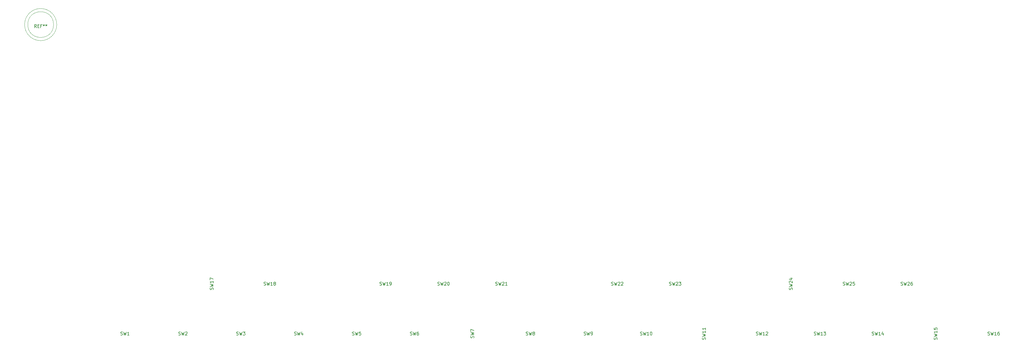
<source format=gbr>
%TF.GenerationSoftware,KiCad,Pcbnew,5.1.6*%
%TF.CreationDate,2020-11-05T19:36:39+01:00*%
%TF.ProjectId,OTTO_FrontPanel_SMD,4f54544f-5f46-4726-9f6e-7450616e656c,rev?*%
%TF.SameCoordinates,Original*%
%TF.FileFunction,Legend,Top*%
%TF.FilePolarity,Positive*%
%FSLAX46Y46*%
G04 Gerber Fmt 4.6, Leading zero omitted, Abs format (unit mm)*
G04 Created by KiCad (PCBNEW 5.1.6) date 2020-11-05 19:36:39*
%MOMM*%
%LPD*%
G01*
G04 APERTURE LIST*
%ADD10C,0.120000*%
%ADD11C,0.150000*%
G04 APERTURE END LIST*
D10*
X4000000Y0D02*
G75*
G03*
X4000000Y0I-4000000J0D01*
G01*
X5000000Y0D02*
G75*
G03*
X5000000Y0I-5000000J0D01*
G01*
D11*
X-1333333Y-952380D02*
X-1666666Y-476190D01*
X-1904761Y-952380D02*
X-1904761Y47619D01*
X-1523809Y47619D01*
X-1428571Y0D01*
X-1380952Y-47619D01*
X-1333333Y-142857D01*
X-1333333Y-285714D01*
X-1380952Y-380952D01*
X-1428571Y-428571D01*
X-1523809Y-476190D01*
X-1904761Y-476190D01*
X-904761Y-428571D02*
X-571428Y-428571D01*
X-428571Y-952380D02*
X-904761Y-952380D01*
X-904761Y47619D01*
X-428571Y47619D01*
X333333Y-428571D02*
X0Y-428571D01*
X0Y-952380D02*
X0Y47619D01*
X476190Y47619D01*
X999999Y47619D02*
X999999Y-190476D01*
X761904Y-95238D02*
X999999Y-190476D01*
X1238095Y-95238D01*
X857142Y-380952D02*
X999999Y-190476D01*
X1142857Y-380952D01*
X1761904Y47619D02*
X1761904Y-190476D01*
X1523809Y-95238D02*
X1761904Y-190476D01*
X1999999Y-95238D01*
X1619047Y-380952D02*
X1761904Y-190476D01*
X1904761Y-380952D01*
X-1333333Y-952380D02*
X-1666666Y-476190D01*
X-1904761Y-952380D02*
X-1904761Y47619D01*
X-1523809Y47619D01*
X-1428571Y0D01*
X-1380952Y-47619D01*
X-1333333Y-142857D01*
X-1333333Y-285714D01*
X-1380952Y-380952D01*
X-1428571Y-428571D01*
X-1523809Y-476190D01*
X-1904761Y-476190D01*
X-904761Y-428571D02*
X-571428Y-428571D01*
X-428571Y-952380D02*
X-904761Y-952380D01*
X-904761Y47619D01*
X-428571Y47619D01*
X333333Y-428571D02*
X0Y-428571D01*
X0Y-952380D02*
X0Y47619D01*
X476190Y47619D01*
X999999Y47619D02*
X999999Y-190476D01*
X761904Y-95238D02*
X999999Y-190476D01*
X1238095Y-95238D01*
X857142Y-380952D02*
X999999Y-190476D01*
X1142857Y-380952D01*
X1761904Y47619D02*
X1761904Y-190476D01*
X1523809Y-95238D02*
X1761904Y-190476D01*
X1999999Y-95238D01*
X1619047Y-380952D02*
X1761904Y-190476D01*
X1904761Y-380952D01*
X42866666Y-96504761D02*
X43009523Y-96552380D01*
X43247619Y-96552380D01*
X43342857Y-96504761D01*
X43390476Y-96457142D01*
X43438095Y-96361904D01*
X43438095Y-96266666D01*
X43390476Y-96171428D01*
X43342857Y-96123809D01*
X43247619Y-96076190D01*
X43057142Y-96028571D01*
X42961904Y-95980952D01*
X42914285Y-95933333D01*
X42866666Y-95838095D01*
X42866666Y-95742857D01*
X42914285Y-95647619D01*
X42961904Y-95600000D01*
X43057142Y-95552380D01*
X43295238Y-95552380D01*
X43438095Y-95600000D01*
X43771428Y-95552380D02*
X44009523Y-96552380D01*
X44200000Y-95838095D01*
X44390476Y-96552380D01*
X44628571Y-95552380D01*
X44961904Y-95647619D02*
X45009523Y-95600000D01*
X45104761Y-95552380D01*
X45342857Y-95552380D01*
X45438095Y-95600000D01*
X45485714Y-95647619D01*
X45533333Y-95742857D01*
X45533333Y-95838095D01*
X45485714Y-95980952D01*
X44914285Y-96552380D01*
X45533333Y-96552380D01*
X24866666Y-96504761D02*
X25009523Y-96552380D01*
X25247619Y-96552380D01*
X25342857Y-96504761D01*
X25390476Y-96457142D01*
X25438095Y-96361904D01*
X25438095Y-96266666D01*
X25390476Y-96171428D01*
X25342857Y-96123809D01*
X25247619Y-96076190D01*
X25057142Y-96028571D01*
X24961904Y-95980952D01*
X24914285Y-95933333D01*
X24866666Y-95838095D01*
X24866666Y-95742857D01*
X24914285Y-95647619D01*
X24961904Y-95600000D01*
X25057142Y-95552380D01*
X25295238Y-95552380D01*
X25438095Y-95600000D01*
X25771428Y-95552380D02*
X26009523Y-96552380D01*
X26200000Y-95838095D01*
X26390476Y-96552380D01*
X26628571Y-95552380D01*
X27533333Y-96552380D02*
X26961904Y-96552380D01*
X27247619Y-96552380D02*
X27247619Y-95552380D01*
X27152380Y-95695238D01*
X27057142Y-95790476D01*
X26961904Y-95838095D01*
X267390476Y-81004761D02*
X267533333Y-81052380D01*
X267771428Y-81052380D01*
X267866666Y-81004761D01*
X267914285Y-80957142D01*
X267961904Y-80861904D01*
X267961904Y-80766666D01*
X267914285Y-80671428D01*
X267866666Y-80623809D01*
X267771428Y-80576190D01*
X267580952Y-80528571D01*
X267485714Y-80480952D01*
X267438095Y-80433333D01*
X267390476Y-80338095D01*
X267390476Y-80242857D01*
X267438095Y-80147619D01*
X267485714Y-80100000D01*
X267580952Y-80052380D01*
X267819047Y-80052380D01*
X267961904Y-80100000D01*
X268295238Y-80052380D02*
X268533333Y-81052380D01*
X268723809Y-80338095D01*
X268914285Y-81052380D01*
X269152380Y-80052380D01*
X269485714Y-80147619D02*
X269533333Y-80100000D01*
X269628571Y-80052380D01*
X269866666Y-80052380D01*
X269961904Y-80100000D01*
X270009523Y-80147619D01*
X270057142Y-80242857D01*
X270057142Y-80338095D01*
X270009523Y-80480952D01*
X269438095Y-81052380D01*
X270057142Y-81052380D01*
X270914285Y-80052380D02*
X270723809Y-80052380D01*
X270628571Y-80100000D01*
X270580952Y-80147619D01*
X270485714Y-80290476D01*
X270438095Y-80480952D01*
X270438095Y-80861904D01*
X270485714Y-80957142D01*
X270533333Y-81004761D01*
X270628571Y-81052380D01*
X270819047Y-81052380D01*
X270914285Y-81004761D01*
X270961904Y-80957142D01*
X271009523Y-80861904D01*
X271009523Y-80623809D01*
X270961904Y-80528571D01*
X270914285Y-80480952D01*
X270819047Y-80433333D01*
X270628571Y-80433333D01*
X270533333Y-80480952D01*
X270485714Y-80528571D01*
X270438095Y-80623809D01*
X249390476Y-81004761D02*
X249533333Y-81052380D01*
X249771428Y-81052380D01*
X249866666Y-81004761D01*
X249914285Y-80957142D01*
X249961904Y-80861904D01*
X249961904Y-80766666D01*
X249914285Y-80671428D01*
X249866666Y-80623809D01*
X249771428Y-80576190D01*
X249580952Y-80528571D01*
X249485714Y-80480952D01*
X249438095Y-80433333D01*
X249390476Y-80338095D01*
X249390476Y-80242857D01*
X249438095Y-80147619D01*
X249485714Y-80100000D01*
X249580952Y-80052380D01*
X249819047Y-80052380D01*
X249961904Y-80100000D01*
X250295238Y-80052380D02*
X250533333Y-81052380D01*
X250723809Y-80338095D01*
X250914285Y-81052380D01*
X251152380Y-80052380D01*
X251485714Y-80147619D02*
X251533333Y-80100000D01*
X251628571Y-80052380D01*
X251866666Y-80052380D01*
X251961904Y-80100000D01*
X252009523Y-80147619D01*
X252057142Y-80242857D01*
X252057142Y-80338095D01*
X252009523Y-80480952D01*
X251438095Y-81052380D01*
X252057142Y-81052380D01*
X252961904Y-80052380D02*
X252485714Y-80052380D01*
X252438095Y-80528571D01*
X252485714Y-80480952D01*
X252580952Y-80433333D01*
X252819047Y-80433333D01*
X252914285Y-80480952D01*
X252961904Y-80528571D01*
X253009523Y-80623809D01*
X253009523Y-80861904D01*
X252961904Y-80957142D01*
X252914285Y-81004761D01*
X252819047Y-81052380D01*
X252580952Y-81052380D01*
X252485714Y-81004761D01*
X252438095Y-80957142D01*
X123390476Y-81004761D02*
X123533333Y-81052380D01*
X123771428Y-81052380D01*
X123866666Y-81004761D01*
X123914285Y-80957142D01*
X123961904Y-80861904D01*
X123961904Y-80766666D01*
X123914285Y-80671428D01*
X123866666Y-80623809D01*
X123771428Y-80576190D01*
X123580952Y-80528571D01*
X123485714Y-80480952D01*
X123438095Y-80433333D01*
X123390476Y-80338095D01*
X123390476Y-80242857D01*
X123438095Y-80147619D01*
X123485714Y-80100000D01*
X123580952Y-80052380D01*
X123819047Y-80052380D01*
X123961904Y-80100000D01*
X124295238Y-80052380D02*
X124533333Y-81052380D01*
X124723809Y-80338095D01*
X124914285Y-81052380D01*
X125152380Y-80052380D01*
X125485714Y-80147619D02*
X125533333Y-80100000D01*
X125628571Y-80052380D01*
X125866666Y-80052380D01*
X125961904Y-80100000D01*
X126009523Y-80147619D01*
X126057142Y-80242857D01*
X126057142Y-80338095D01*
X126009523Y-80480952D01*
X125438095Y-81052380D01*
X126057142Y-81052380D01*
X126676190Y-80052380D02*
X126771428Y-80052380D01*
X126866666Y-80100000D01*
X126914285Y-80147619D01*
X126961904Y-80242857D01*
X127009523Y-80433333D01*
X127009523Y-80671428D01*
X126961904Y-80861904D01*
X126914285Y-80957142D01*
X126866666Y-81004761D01*
X126771428Y-81052380D01*
X126676190Y-81052380D01*
X126580952Y-81004761D01*
X126533333Y-80957142D01*
X126485714Y-80861904D01*
X126438095Y-80671428D01*
X126438095Y-80433333D01*
X126485714Y-80242857D01*
X126533333Y-80147619D01*
X126580952Y-80100000D01*
X126676190Y-80052380D01*
X105390476Y-81004761D02*
X105533333Y-81052380D01*
X105771428Y-81052380D01*
X105866666Y-81004761D01*
X105914285Y-80957142D01*
X105961904Y-80861904D01*
X105961904Y-80766666D01*
X105914285Y-80671428D01*
X105866666Y-80623809D01*
X105771428Y-80576190D01*
X105580952Y-80528571D01*
X105485714Y-80480952D01*
X105438095Y-80433333D01*
X105390476Y-80338095D01*
X105390476Y-80242857D01*
X105438095Y-80147619D01*
X105485714Y-80100000D01*
X105580952Y-80052380D01*
X105819047Y-80052380D01*
X105961904Y-80100000D01*
X106295238Y-80052380D02*
X106533333Y-81052380D01*
X106723809Y-80338095D01*
X106914285Y-81052380D01*
X107152380Y-80052380D01*
X108057142Y-81052380D02*
X107485714Y-81052380D01*
X107771428Y-81052380D02*
X107771428Y-80052380D01*
X107676190Y-80195238D01*
X107580952Y-80290476D01*
X107485714Y-80338095D01*
X108533333Y-81052380D02*
X108723809Y-81052380D01*
X108819047Y-81004761D01*
X108866666Y-80957142D01*
X108961904Y-80814285D01*
X109009523Y-80623809D01*
X109009523Y-80242857D01*
X108961904Y-80147619D01*
X108914285Y-80100000D01*
X108819047Y-80052380D01*
X108628571Y-80052380D01*
X108533333Y-80100000D01*
X108485714Y-80147619D01*
X108438095Y-80242857D01*
X108438095Y-80480952D01*
X108485714Y-80576190D01*
X108533333Y-80623809D01*
X108628571Y-80671428D01*
X108819047Y-80671428D01*
X108914285Y-80623809D01*
X108961904Y-80576190D01*
X109009523Y-80480952D01*
X258390476Y-96504761D02*
X258533333Y-96552380D01*
X258771428Y-96552380D01*
X258866666Y-96504761D01*
X258914285Y-96457142D01*
X258961904Y-96361904D01*
X258961904Y-96266666D01*
X258914285Y-96171428D01*
X258866666Y-96123809D01*
X258771428Y-96076190D01*
X258580952Y-96028571D01*
X258485714Y-95980952D01*
X258438095Y-95933333D01*
X258390476Y-95838095D01*
X258390476Y-95742857D01*
X258438095Y-95647619D01*
X258485714Y-95600000D01*
X258580952Y-95552380D01*
X258819047Y-95552380D01*
X258961904Y-95600000D01*
X259295238Y-95552380D02*
X259533333Y-96552380D01*
X259723809Y-95838095D01*
X259914285Y-96552380D01*
X260152380Y-95552380D01*
X261057142Y-96552380D02*
X260485714Y-96552380D01*
X260771428Y-96552380D02*
X260771428Y-95552380D01*
X260676190Y-95695238D01*
X260580952Y-95790476D01*
X260485714Y-95838095D01*
X261914285Y-95885714D02*
X261914285Y-96552380D01*
X261676190Y-95504761D02*
X261438095Y-96219047D01*
X262057142Y-96219047D01*
X240390476Y-96504761D02*
X240533333Y-96552380D01*
X240771428Y-96552380D01*
X240866666Y-96504761D01*
X240914285Y-96457142D01*
X240961904Y-96361904D01*
X240961904Y-96266666D01*
X240914285Y-96171428D01*
X240866666Y-96123809D01*
X240771428Y-96076190D01*
X240580952Y-96028571D01*
X240485714Y-95980952D01*
X240438095Y-95933333D01*
X240390476Y-95838095D01*
X240390476Y-95742857D01*
X240438095Y-95647619D01*
X240485714Y-95600000D01*
X240580952Y-95552380D01*
X240819047Y-95552380D01*
X240961904Y-95600000D01*
X241295238Y-95552380D02*
X241533333Y-96552380D01*
X241723809Y-95838095D01*
X241914285Y-96552380D01*
X242152380Y-95552380D01*
X243057142Y-96552380D02*
X242485714Y-96552380D01*
X242771428Y-96552380D02*
X242771428Y-95552380D01*
X242676190Y-95695238D01*
X242580952Y-95790476D01*
X242485714Y-95838095D01*
X243390476Y-95552380D02*
X244009523Y-95552380D01*
X243676190Y-95933333D01*
X243819047Y-95933333D01*
X243914285Y-95980952D01*
X243961904Y-96028571D01*
X244009523Y-96123809D01*
X244009523Y-96361904D01*
X243961904Y-96457142D01*
X243914285Y-96504761D01*
X243819047Y-96552380D01*
X243533333Y-96552380D01*
X243438095Y-96504761D01*
X243390476Y-96457142D01*
X222390476Y-96504761D02*
X222533333Y-96552380D01*
X222771428Y-96552380D01*
X222866666Y-96504761D01*
X222914285Y-96457142D01*
X222961904Y-96361904D01*
X222961904Y-96266666D01*
X222914285Y-96171428D01*
X222866666Y-96123809D01*
X222771428Y-96076190D01*
X222580952Y-96028571D01*
X222485714Y-95980952D01*
X222438095Y-95933333D01*
X222390476Y-95838095D01*
X222390476Y-95742857D01*
X222438095Y-95647619D01*
X222485714Y-95600000D01*
X222580952Y-95552380D01*
X222819047Y-95552380D01*
X222961904Y-95600000D01*
X223295238Y-95552380D02*
X223533333Y-96552380D01*
X223723809Y-95838095D01*
X223914285Y-96552380D01*
X224152380Y-95552380D01*
X225057142Y-96552380D02*
X224485714Y-96552380D01*
X224771428Y-96552380D02*
X224771428Y-95552380D01*
X224676190Y-95695238D01*
X224580952Y-95790476D01*
X224485714Y-95838095D01*
X225438095Y-95647619D02*
X225485714Y-95600000D01*
X225580952Y-95552380D01*
X225819047Y-95552380D01*
X225914285Y-95600000D01*
X225961904Y-95647619D01*
X226009523Y-95742857D01*
X226009523Y-95838095D01*
X225961904Y-95980952D01*
X225390476Y-96552380D01*
X226009523Y-96552380D01*
X206604761Y-97909523D02*
X206652380Y-97766666D01*
X206652380Y-97528571D01*
X206604761Y-97433333D01*
X206557142Y-97385714D01*
X206461904Y-97338095D01*
X206366666Y-97338095D01*
X206271428Y-97385714D01*
X206223809Y-97433333D01*
X206176190Y-97528571D01*
X206128571Y-97719047D01*
X206080952Y-97814285D01*
X206033333Y-97861904D01*
X205938095Y-97909523D01*
X205842857Y-97909523D01*
X205747619Y-97861904D01*
X205700000Y-97814285D01*
X205652380Y-97719047D01*
X205652380Y-97480952D01*
X205700000Y-97338095D01*
X205652380Y-97004761D02*
X206652380Y-96766666D01*
X205938095Y-96576190D01*
X206652380Y-96385714D01*
X205652380Y-96147619D01*
X206652380Y-95242857D02*
X206652380Y-95814285D01*
X206652380Y-95528571D02*
X205652380Y-95528571D01*
X205795238Y-95623809D01*
X205890476Y-95719047D01*
X205938095Y-95814285D01*
X206652380Y-94290476D02*
X206652380Y-94861904D01*
X206652380Y-94576190D02*
X205652380Y-94576190D01*
X205795238Y-94671428D01*
X205890476Y-94766666D01*
X205938095Y-94861904D01*
X186390476Y-96504761D02*
X186533333Y-96552380D01*
X186771428Y-96552380D01*
X186866666Y-96504761D01*
X186914285Y-96457142D01*
X186961904Y-96361904D01*
X186961904Y-96266666D01*
X186914285Y-96171428D01*
X186866666Y-96123809D01*
X186771428Y-96076190D01*
X186580952Y-96028571D01*
X186485714Y-95980952D01*
X186438095Y-95933333D01*
X186390476Y-95838095D01*
X186390476Y-95742857D01*
X186438095Y-95647619D01*
X186485714Y-95600000D01*
X186580952Y-95552380D01*
X186819047Y-95552380D01*
X186961904Y-95600000D01*
X187295238Y-95552380D02*
X187533333Y-96552380D01*
X187723809Y-95838095D01*
X187914285Y-96552380D01*
X188152380Y-95552380D01*
X189057142Y-96552380D02*
X188485714Y-96552380D01*
X188771428Y-96552380D02*
X188771428Y-95552380D01*
X188676190Y-95695238D01*
X188580952Y-95790476D01*
X188485714Y-95838095D01*
X189676190Y-95552380D02*
X189771428Y-95552380D01*
X189866666Y-95600000D01*
X189914285Y-95647619D01*
X189961904Y-95742857D01*
X190009523Y-95933333D01*
X190009523Y-96171428D01*
X189961904Y-96361904D01*
X189914285Y-96457142D01*
X189866666Y-96504761D01*
X189771428Y-96552380D01*
X189676190Y-96552380D01*
X189580952Y-96504761D01*
X189533333Y-96457142D01*
X189485714Y-96361904D01*
X189438095Y-96171428D01*
X189438095Y-95933333D01*
X189485714Y-95742857D01*
X189533333Y-95647619D01*
X189580952Y-95600000D01*
X189676190Y-95552380D01*
X168866666Y-96504761D02*
X169009523Y-96552380D01*
X169247619Y-96552380D01*
X169342857Y-96504761D01*
X169390476Y-96457142D01*
X169438095Y-96361904D01*
X169438095Y-96266666D01*
X169390476Y-96171428D01*
X169342857Y-96123809D01*
X169247619Y-96076190D01*
X169057142Y-96028571D01*
X168961904Y-95980952D01*
X168914285Y-95933333D01*
X168866666Y-95838095D01*
X168866666Y-95742857D01*
X168914285Y-95647619D01*
X168961904Y-95600000D01*
X169057142Y-95552380D01*
X169295238Y-95552380D01*
X169438095Y-95600000D01*
X169771428Y-95552380D02*
X170009523Y-96552380D01*
X170200000Y-95838095D01*
X170390476Y-96552380D01*
X170628571Y-95552380D01*
X171057142Y-96552380D02*
X171247619Y-96552380D01*
X171342857Y-96504761D01*
X171390476Y-96457142D01*
X171485714Y-96314285D01*
X171533333Y-96123809D01*
X171533333Y-95742857D01*
X171485714Y-95647619D01*
X171438095Y-95600000D01*
X171342857Y-95552380D01*
X171152380Y-95552380D01*
X171057142Y-95600000D01*
X171009523Y-95647619D01*
X170961904Y-95742857D01*
X170961904Y-95980952D01*
X171009523Y-96076190D01*
X171057142Y-96123809D01*
X171152380Y-96171428D01*
X171342857Y-96171428D01*
X171438095Y-96123809D01*
X171485714Y-96076190D01*
X171533333Y-95980952D01*
X150866666Y-96504761D02*
X151009523Y-96552380D01*
X151247619Y-96552380D01*
X151342857Y-96504761D01*
X151390476Y-96457142D01*
X151438095Y-96361904D01*
X151438095Y-96266666D01*
X151390476Y-96171428D01*
X151342857Y-96123809D01*
X151247619Y-96076190D01*
X151057142Y-96028571D01*
X150961904Y-95980952D01*
X150914285Y-95933333D01*
X150866666Y-95838095D01*
X150866666Y-95742857D01*
X150914285Y-95647619D01*
X150961904Y-95600000D01*
X151057142Y-95552380D01*
X151295238Y-95552380D01*
X151438095Y-95600000D01*
X151771428Y-95552380D02*
X152009523Y-96552380D01*
X152200000Y-95838095D01*
X152390476Y-96552380D01*
X152628571Y-95552380D01*
X153152380Y-95980952D02*
X153057142Y-95933333D01*
X153009523Y-95885714D01*
X152961904Y-95790476D01*
X152961904Y-95742857D01*
X153009523Y-95647619D01*
X153057142Y-95600000D01*
X153152380Y-95552380D01*
X153342857Y-95552380D01*
X153438095Y-95600000D01*
X153485714Y-95647619D01*
X153533333Y-95742857D01*
X153533333Y-95790476D01*
X153485714Y-95885714D01*
X153438095Y-95933333D01*
X153342857Y-95980952D01*
X153152380Y-95980952D01*
X153057142Y-96028571D01*
X153009523Y-96076190D01*
X152961904Y-96171428D01*
X152961904Y-96361904D01*
X153009523Y-96457142D01*
X153057142Y-96504761D01*
X153152380Y-96552380D01*
X153342857Y-96552380D01*
X153438095Y-96504761D01*
X153485714Y-96457142D01*
X153533333Y-96361904D01*
X153533333Y-96171428D01*
X153485714Y-96076190D01*
X153438095Y-96028571D01*
X153342857Y-95980952D01*
X134604761Y-97433333D02*
X134652380Y-97290476D01*
X134652380Y-97052380D01*
X134604761Y-96957142D01*
X134557142Y-96909523D01*
X134461904Y-96861904D01*
X134366666Y-96861904D01*
X134271428Y-96909523D01*
X134223809Y-96957142D01*
X134176190Y-97052380D01*
X134128571Y-97242857D01*
X134080952Y-97338095D01*
X134033333Y-97385714D01*
X133938095Y-97433333D01*
X133842857Y-97433333D01*
X133747619Y-97385714D01*
X133700000Y-97338095D01*
X133652380Y-97242857D01*
X133652380Y-97004761D01*
X133700000Y-96861904D01*
X133652380Y-96528571D02*
X134652380Y-96290476D01*
X133938095Y-96100000D01*
X134652380Y-95909523D01*
X133652380Y-95671428D01*
X133652380Y-95385714D02*
X133652380Y-94719047D01*
X134652380Y-95147619D01*
X114866666Y-96504761D02*
X115009523Y-96552380D01*
X115247619Y-96552380D01*
X115342857Y-96504761D01*
X115390476Y-96457142D01*
X115438095Y-96361904D01*
X115438095Y-96266666D01*
X115390476Y-96171428D01*
X115342857Y-96123809D01*
X115247619Y-96076190D01*
X115057142Y-96028571D01*
X114961904Y-95980952D01*
X114914285Y-95933333D01*
X114866666Y-95838095D01*
X114866666Y-95742857D01*
X114914285Y-95647619D01*
X114961904Y-95600000D01*
X115057142Y-95552380D01*
X115295238Y-95552380D01*
X115438095Y-95600000D01*
X115771428Y-95552380D02*
X116009523Y-96552380D01*
X116200000Y-95838095D01*
X116390476Y-96552380D01*
X116628571Y-95552380D01*
X117438095Y-95552380D02*
X117247619Y-95552380D01*
X117152380Y-95600000D01*
X117104761Y-95647619D01*
X117009523Y-95790476D01*
X116961904Y-95980952D01*
X116961904Y-96361904D01*
X117009523Y-96457142D01*
X117057142Y-96504761D01*
X117152380Y-96552380D01*
X117342857Y-96552380D01*
X117438095Y-96504761D01*
X117485714Y-96457142D01*
X117533333Y-96361904D01*
X117533333Y-96123809D01*
X117485714Y-96028571D01*
X117438095Y-95980952D01*
X117342857Y-95933333D01*
X117152380Y-95933333D01*
X117057142Y-95980952D01*
X117009523Y-96028571D01*
X116961904Y-96123809D01*
X96866666Y-96504761D02*
X97009523Y-96552380D01*
X97247619Y-96552380D01*
X97342857Y-96504761D01*
X97390476Y-96457142D01*
X97438095Y-96361904D01*
X97438095Y-96266666D01*
X97390476Y-96171428D01*
X97342857Y-96123809D01*
X97247619Y-96076190D01*
X97057142Y-96028571D01*
X96961904Y-95980952D01*
X96914285Y-95933333D01*
X96866666Y-95838095D01*
X96866666Y-95742857D01*
X96914285Y-95647619D01*
X96961904Y-95600000D01*
X97057142Y-95552380D01*
X97295238Y-95552380D01*
X97438095Y-95600000D01*
X97771428Y-95552380D02*
X98009523Y-96552380D01*
X98200000Y-95838095D01*
X98390476Y-96552380D01*
X98628571Y-95552380D01*
X99485714Y-95552380D02*
X99009523Y-95552380D01*
X98961904Y-96028571D01*
X99009523Y-95980952D01*
X99104761Y-95933333D01*
X99342857Y-95933333D01*
X99438095Y-95980952D01*
X99485714Y-96028571D01*
X99533333Y-96123809D01*
X99533333Y-96361904D01*
X99485714Y-96457142D01*
X99438095Y-96504761D01*
X99342857Y-96552380D01*
X99104761Y-96552380D01*
X99009523Y-96504761D01*
X98961904Y-96457142D01*
X78866666Y-96504761D02*
X79009523Y-96552380D01*
X79247619Y-96552380D01*
X79342857Y-96504761D01*
X79390476Y-96457142D01*
X79438095Y-96361904D01*
X79438095Y-96266666D01*
X79390476Y-96171428D01*
X79342857Y-96123809D01*
X79247619Y-96076190D01*
X79057142Y-96028571D01*
X78961904Y-95980952D01*
X78914285Y-95933333D01*
X78866666Y-95838095D01*
X78866666Y-95742857D01*
X78914285Y-95647619D01*
X78961904Y-95600000D01*
X79057142Y-95552380D01*
X79295238Y-95552380D01*
X79438095Y-95600000D01*
X79771428Y-95552380D02*
X80009523Y-96552380D01*
X80200000Y-95838095D01*
X80390476Y-96552380D01*
X80628571Y-95552380D01*
X81438095Y-95885714D02*
X81438095Y-96552380D01*
X81200000Y-95504761D02*
X80961904Y-96219047D01*
X81580952Y-96219047D01*
X60866666Y-96504761D02*
X61009523Y-96552380D01*
X61247619Y-96552380D01*
X61342857Y-96504761D01*
X61390476Y-96457142D01*
X61438095Y-96361904D01*
X61438095Y-96266666D01*
X61390476Y-96171428D01*
X61342857Y-96123809D01*
X61247619Y-96076190D01*
X61057142Y-96028571D01*
X60961904Y-95980952D01*
X60914285Y-95933333D01*
X60866666Y-95838095D01*
X60866666Y-95742857D01*
X60914285Y-95647619D01*
X60961904Y-95600000D01*
X61057142Y-95552380D01*
X61295238Y-95552380D01*
X61438095Y-95600000D01*
X61771428Y-95552380D02*
X62009523Y-96552380D01*
X62200000Y-95838095D01*
X62390476Y-96552380D01*
X62628571Y-95552380D01*
X62914285Y-95552380D02*
X63533333Y-95552380D01*
X63200000Y-95933333D01*
X63342857Y-95933333D01*
X63438095Y-95980952D01*
X63485714Y-96028571D01*
X63533333Y-96123809D01*
X63533333Y-96361904D01*
X63485714Y-96457142D01*
X63438095Y-96504761D01*
X63342857Y-96552380D01*
X63057142Y-96552380D01*
X62961904Y-96504761D01*
X62914285Y-96457142D01*
X233604761Y-82409523D02*
X233652380Y-82266666D01*
X233652380Y-82028571D01*
X233604761Y-81933333D01*
X233557142Y-81885714D01*
X233461904Y-81838095D01*
X233366666Y-81838095D01*
X233271428Y-81885714D01*
X233223809Y-81933333D01*
X233176190Y-82028571D01*
X233128571Y-82219047D01*
X233080952Y-82314285D01*
X233033333Y-82361904D01*
X232938095Y-82409523D01*
X232842857Y-82409523D01*
X232747619Y-82361904D01*
X232700000Y-82314285D01*
X232652380Y-82219047D01*
X232652380Y-81980952D01*
X232700000Y-81838095D01*
X232652380Y-81504761D02*
X233652380Y-81266666D01*
X232938095Y-81076190D01*
X233652380Y-80885714D01*
X232652380Y-80647619D01*
X232747619Y-80314285D02*
X232700000Y-80266666D01*
X232652380Y-80171428D01*
X232652380Y-79933333D01*
X232700000Y-79838095D01*
X232747619Y-79790476D01*
X232842857Y-79742857D01*
X232938095Y-79742857D01*
X233080952Y-79790476D01*
X233652380Y-80361904D01*
X233652380Y-79742857D01*
X232985714Y-78885714D02*
X233652380Y-78885714D01*
X232604761Y-79123809D02*
X233319047Y-79361904D01*
X233319047Y-78742857D01*
X195390476Y-81004761D02*
X195533333Y-81052380D01*
X195771428Y-81052380D01*
X195866666Y-81004761D01*
X195914285Y-80957142D01*
X195961904Y-80861904D01*
X195961904Y-80766666D01*
X195914285Y-80671428D01*
X195866666Y-80623809D01*
X195771428Y-80576190D01*
X195580952Y-80528571D01*
X195485714Y-80480952D01*
X195438095Y-80433333D01*
X195390476Y-80338095D01*
X195390476Y-80242857D01*
X195438095Y-80147619D01*
X195485714Y-80100000D01*
X195580952Y-80052380D01*
X195819047Y-80052380D01*
X195961904Y-80100000D01*
X196295238Y-80052380D02*
X196533333Y-81052380D01*
X196723809Y-80338095D01*
X196914285Y-81052380D01*
X197152380Y-80052380D01*
X197485714Y-80147619D02*
X197533333Y-80100000D01*
X197628571Y-80052380D01*
X197866666Y-80052380D01*
X197961904Y-80100000D01*
X198009523Y-80147619D01*
X198057142Y-80242857D01*
X198057142Y-80338095D01*
X198009523Y-80480952D01*
X197438095Y-81052380D01*
X198057142Y-81052380D01*
X198390476Y-80052380D02*
X199009523Y-80052380D01*
X198676190Y-80433333D01*
X198819047Y-80433333D01*
X198914285Y-80480952D01*
X198961904Y-80528571D01*
X199009523Y-80623809D01*
X199009523Y-80861904D01*
X198961904Y-80957142D01*
X198914285Y-81004761D01*
X198819047Y-81052380D01*
X198533333Y-81052380D01*
X198438095Y-81004761D01*
X198390476Y-80957142D01*
X177390476Y-81004761D02*
X177533333Y-81052380D01*
X177771428Y-81052380D01*
X177866666Y-81004761D01*
X177914285Y-80957142D01*
X177961904Y-80861904D01*
X177961904Y-80766666D01*
X177914285Y-80671428D01*
X177866666Y-80623809D01*
X177771428Y-80576190D01*
X177580952Y-80528571D01*
X177485714Y-80480952D01*
X177438095Y-80433333D01*
X177390476Y-80338095D01*
X177390476Y-80242857D01*
X177438095Y-80147619D01*
X177485714Y-80100000D01*
X177580952Y-80052380D01*
X177819047Y-80052380D01*
X177961904Y-80100000D01*
X178295238Y-80052380D02*
X178533333Y-81052380D01*
X178723809Y-80338095D01*
X178914285Y-81052380D01*
X179152380Y-80052380D01*
X179485714Y-80147619D02*
X179533333Y-80100000D01*
X179628571Y-80052380D01*
X179866666Y-80052380D01*
X179961904Y-80100000D01*
X180009523Y-80147619D01*
X180057142Y-80242857D01*
X180057142Y-80338095D01*
X180009523Y-80480952D01*
X179438095Y-81052380D01*
X180057142Y-81052380D01*
X180438095Y-80147619D02*
X180485714Y-80100000D01*
X180580952Y-80052380D01*
X180819047Y-80052380D01*
X180914285Y-80100000D01*
X180961904Y-80147619D01*
X181009523Y-80242857D01*
X181009523Y-80338095D01*
X180961904Y-80480952D01*
X180390476Y-81052380D01*
X181009523Y-81052380D01*
X141390476Y-81004761D02*
X141533333Y-81052380D01*
X141771428Y-81052380D01*
X141866666Y-81004761D01*
X141914285Y-80957142D01*
X141961904Y-80861904D01*
X141961904Y-80766666D01*
X141914285Y-80671428D01*
X141866666Y-80623809D01*
X141771428Y-80576190D01*
X141580952Y-80528571D01*
X141485714Y-80480952D01*
X141438095Y-80433333D01*
X141390476Y-80338095D01*
X141390476Y-80242857D01*
X141438095Y-80147619D01*
X141485714Y-80100000D01*
X141580952Y-80052380D01*
X141819047Y-80052380D01*
X141961904Y-80100000D01*
X142295238Y-80052380D02*
X142533333Y-81052380D01*
X142723809Y-80338095D01*
X142914285Y-81052380D01*
X143152380Y-80052380D01*
X143485714Y-80147619D02*
X143533333Y-80100000D01*
X143628571Y-80052380D01*
X143866666Y-80052380D01*
X143961904Y-80100000D01*
X144009523Y-80147619D01*
X144057142Y-80242857D01*
X144057142Y-80338095D01*
X144009523Y-80480952D01*
X143438095Y-81052380D01*
X144057142Y-81052380D01*
X145009523Y-81052380D02*
X144438095Y-81052380D01*
X144723809Y-81052380D02*
X144723809Y-80052380D01*
X144628571Y-80195238D01*
X144533333Y-80290476D01*
X144438095Y-80338095D01*
X69390476Y-81004761D02*
X69533333Y-81052380D01*
X69771428Y-81052380D01*
X69866666Y-81004761D01*
X69914285Y-80957142D01*
X69961904Y-80861904D01*
X69961904Y-80766666D01*
X69914285Y-80671428D01*
X69866666Y-80623809D01*
X69771428Y-80576190D01*
X69580952Y-80528571D01*
X69485714Y-80480952D01*
X69438095Y-80433333D01*
X69390476Y-80338095D01*
X69390476Y-80242857D01*
X69438095Y-80147619D01*
X69485714Y-80100000D01*
X69580952Y-80052380D01*
X69819047Y-80052380D01*
X69961904Y-80100000D01*
X70295238Y-80052380D02*
X70533333Y-81052380D01*
X70723809Y-80338095D01*
X70914285Y-81052380D01*
X71152380Y-80052380D01*
X72057142Y-81052380D02*
X71485714Y-81052380D01*
X71771428Y-81052380D02*
X71771428Y-80052380D01*
X71676190Y-80195238D01*
X71580952Y-80290476D01*
X71485714Y-80338095D01*
X72628571Y-80480952D02*
X72533333Y-80433333D01*
X72485714Y-80385714D01*
X72438095Y-80290476D01*
X72438095Y-80242857D01*
X72485714Y-80147619D01*
X72533333Y-80100000D01*
X72628571Y-80052380D01*
X72819047Y-80052380D01*
X72914285Y-80100000D01*
X72961904Y-80147619D01*
X73009523Y-80242857D01*
X73009523Y-80290476D01*
X72961904Y-80385714D01*
X72914285Y-80433333D01*
X72819047Y-80480952D01*
X72628571Y-80480952D01*
X72533333Y-80528571D01*
X72485714Y-80576190D01*
X72438095Y-80671428D01*
X72438095Y-80861904D01*
X72485714Y-80957142D01*
X72533333Y-81004761D01*
X72628571Y-81052380D01*
X72819047Y-81052380D01*
X72914285Y-81004761D01*
X72961904Y-80957142D01*
X73009523Y-80861904D01*
X73009523Y-80671428D01*
X72961904Y-80576190D01*
X72914285Y-80528571D01*
X72819047Y-80480952D01*
X53604761Y-82409523D02*
X53652380Y-82266666D01*
X53652380Y-82028571D01*
X53604761Y-81933333D01*
X53557142Y-81885714D01*
X53461904Y-81838095D01*
X53366666Y-81838095D01*
X53271428Y-81885714D01*
X53223809Y-81933333D01*
X53176190Y-82028571D01*
X53128571Y-82219047D01*
X53080952Y-82314285D01*
X53033333Y-82361904D01*
X52938095Y-82409523D01*
X52842857Y-82409523D01*
X52747619Y-82361904D01*
X52700000Y-82314285D01*
X52652380Y-82219047D01*
X52652380Y-81980952D01*
X52700000Y-81838095D01*
X52652380Y-81504761D02*
X53652380Y-81266666D01*
X52938095Y-81076190D01*
X53652380Y-80885714D01*
X52652380Y-80647619D01*
X53652380Y-79742857D02*
X53652380Y-80314285D01*
X53652380Y-80028571D02*
X52652380Y-80028571D01*
X52795238Y-80123809D01*
X52890476Y-80219047D01*
X52938095Y-80314285D01*
X52652380Y-79409523D02*
X52652380Y-78742857D01*
X53652380Y-79171428D01*
X294390476Y-96504761D02*
X294533333Y-96552380D01*
X294771428Y-96552380D01*
X294866666Y-96504761D01*
X294914285Y-96457142D01*
X294961904Y-96361904D01*
X294961904Y-96266666D01*
X294914285Y-96171428D01*
X294866666Y-96123809D01*
X294771428Y-96076190D01*
X294580952Y-96028571D01*
X294485714Y-95980952D01*
X294438095Y-95933333D01*
X294390476Y-95838095D01*
X294390476Y-95742857D01*
X294438095Y-95647619D01*
X294485714Y-95600000D01*
X294580952Y-95552380D01*
X294819047Y-95552380D01*
X294961904Y-95600000D01*
X295295238Y-95552380D02*
X295533333Y-96552380D01*
X295723809Y-95838095D01*
X295914285Y-96552380D01*
X296152380Y-95552380D01*
X297057142Y-96552380D02*
X296485714Y-96552380D01*
X296771428Y-96552380D02*
X296771428Y-95552380D01*
X296676190Y-95695238D01*
X296580952Y-95790476D01*
X296485714Y-95838095D01*
X297914285Y-95552380D02*
X297723809Y-95552380D01*
X297628571Y-95600000D01*
X297580952Y-95647619D01*
X297485714Y-95790476D01*
X297438095Y-95980952D01*
X297438095Y-96361904D01*
X297485714Y-96457142D01*
X297533333Y-96504761D01*
X297628571Y-96552380D01*
X297819047Y-96552380D01*
X297914285Y-96504761D01*
X297961904Y-96457142D01*
X298009523Y-96361904D01*
X298009523Y-96123809D01*
X297961904Y-96028571D01*
X297914285Y-95980952D01*
X297819047Y-95933333D01*
X297628571Y-95933333D01*
X297533333Y-95980952D01*
X297485714Y-96028571D01*
X297438095Y-96123809D01*
X278604761Y-97909523D02*
X278652380Y-97766666D01*
X278652380Y-97528571D01*
X278604761Y-97433333D01*
X278557142Y-97385714D01*
X278461904Y-97338095D01*
X278366666Y-97338095D01*
X278271428Y-97385714D01*
X278223809Y-97433333D01*
X278176190Y-97528571D01*
X278128571Y-97719047D01*
X278080952Y-97814285D01*
X278033333Y-97861904D01*
X277938095Y-97909523D01*
X277842857Y-97909523D01*
X277747619Y-97861904D01*
X277700000Y-97814285D01*
X277652380Y-97719047D01*
X277652380Y-97480952D01*
X277700000Y-97338095D01*
X277652380Y-97004761D02*
X278652380Y-96766666D01*
X277938095Y-96576190D01*
X278652380Y-96385714D01*
X277652380Y-96147619D01*
X278652380Y-95242857D02*
X278652380Y-95814285D01*
X278652380Y-95528571D02*
X277652380Y-95528571D01*
X277795238Y-95623809D01*
X277890476Y-95719047D01*
X277938095Y-95814285D01*
X277652380Y-94338095D02*
X277652380Y-94814285D01*
X278128571Y-94861904D01*
X278080952Y-94814285D01*
X278033333Y-94719047D01*
X278033333Y-94480952D01*
X278080952Y-94385714D01*
X278128571Y-94338095D01*
X278223809Y-94290476D01*
X278461904Y-94290476D01*
X278557142Y-94338095D01*
X278604761Y-94385714D01*
X278652380Y-94480952D01*
X278652380Y-94719047D01*
X278604761Y-94814285D01*
X278557142Y-94861904D01*
M02*

</source>
